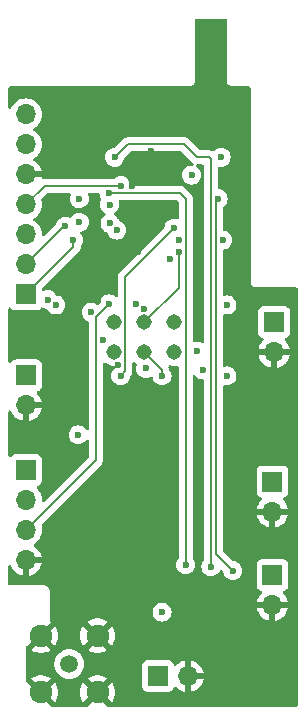
<source format=gbr>
%TF.GenerationSoftware,KiCad,Pcbnew,8.0.3-1.fc40*%
%TF.CreationDate,2024-06-24T14:15:41-04:00*%
%TF.ProjectId,OS42Micro,4f533432-4d69-4637-926f-2e6b69636164,rev?*%
%TF.SameCoordinates,Original*%
%TF.FileFunction,Copper,L2,Inr*%
%TF.FilePolarity,Positive*%
%FSLAX46Y46*%
G04 Gerber Fmt 4.6, Leading zero omitted, Abs format (unit mm)*
G04 Created by KiCad (PCBNEW 8.0.3-1.fc40) date 2024-06-24 14:15:41*
%MOMM*%
%LPD*%
G01*
G04 APERTURE LIST*
%TA.AperFunction,ComponentPad*%
%ADD10R,1.700000X1.700000*%
%TD*%
%TA.AperFunction,ComponentPad*%
%ADD11O,1.700000X1.700000*%
%TD*%
%TA.AperFunction,ComponentPad*%
%ADD12C,1.508000*%
%TD*%
%TA.AperFunction,ComponentPad*%
%ADD13C,1.920000*%
%TD*%
%TA.AperFunction,ComponentPad*%
%ADD14C,1.308000*%
%TD*%
%TA.AperFunction,ViaPad*%
%ADD15C,0.600000*%
%TD*%
%TA.AperFunction,Conductor*%
%ADD16C,0.200000*%
%TD*%
G04 APERTURE END LIST*
D10*
%TO.N,RESET*%
%TO.C,RST1*%
X134000000Y-125960000D03*
D11*
%TO.N,GND*%
X134000000Y-128500000D03*
%TD*%
D10*
%TO.N,VCC*%
%TO.C,PO1*%
X154850000Y-142850000D03*
D11*
%TO.N,GND*%
X154850000Y-145390000D03*
%TD*%
D10*
%TO.N,GPSFREEZE_1*%
%TO.C,GF1*%
X155000000Y-121460000D03*
D11*
%TO.N,GND*%
X155000000Y-124000000D03*
%TD*%
D10*
%TO.N,PWRIN_VCC*%
%TO.C,PWR1*%
X145150000Y-151425000D03*
D11*
%TO.N,GND*%
X147690000Y-151425000D03*
%TD*%
D10*
%TO.N,A4*%
%TO.C,GPIO1*%
X133975000Y-119100000D03*
D11*
%TO.N,A5*%
X133975000Y-116560000D03*
%TO.N,A3*%
X133975000Y-114020000D03*
%TO.N,D4*%
X133975000Y-111480000D03*
%TO.N,GND*%
X133975000Y-108940000D03*
%TO.N,D1*%
X133975000Y-106400000D03*
%TO.N,D0*%
X133975000Y-103860000D03*
%TD*%
D12*
%TO.N,Net-(U2-ANT)*%
%TO.C,J5*%
X137637500Y-150400000D03*
D13*
%TO.N,GND*%
X135237500Y-148000000D03*
X135237500Y-152800000D03*
X140037500Y-152800000D03*
X140037500Y-148000000D03*
%TD*%
D10*
%TO.N,VCC*%
%TO.C,PO2*%
X154850000Y-134950000D03*
D11*
%TO.N,GND*%
X154850000Y-137490000D03*
%TD*%
D10*
%TO.N,PWRIN_VCC*%
%TO.C,UART1*%
X134000000Y-133960000D03*
D11*
%TO.N,RXD*%
X134000000Y-136500000D03*
%TO.N,TXD*%
X134000000Y-139040000D03*
%TO.N,GND*%
X134000000Y-141580000D03*
%TD*%
D14*
%TO.N,GND*%
%TO.C,U5*%
X141420000Y-121460000D03*
%TO.N,MISO*%
X146500000Y-124000000D03*
%TO.N,MOSI*%
X143960000Y-121460000D03*
%TO.N,RESET*%
X141420000Y-124000000D03*
%TO.N,SCK*%
X143960000Y-124000000D03*
%TO.N,VCC_PROG*%
X146500000Y-121460000D03*
%TD*%
D15*
%TO.N,GND*%
X142400000Y-150600000D03*
X137000000Y-107900000D03*
X141500000Y-138000000D03*
X148600000Y-132200000D03*
X142991263Y-109900001D03*
X148600000Y-139200000D03*
X142600000Y-153200000D03*
X141200000Y-105800000D03*
X144000000Y-114000000D03*
X137600000Y-152800000D03*
X152800000Y-127200000D03*
X140325735Y-138674265D03*
X149400000Y-148800000D03*
X152500000Y-129000000D03*
X151800000Y-105800000D03*
X155000000Y-147500000D03*
X140053554Y-119653554D03*
X139400000Y-106400000D03*
X156500000Y-126000000D03*
X144600000Y-107000000D03*
X137500000Y-119500000D03*
X152000000Y-124600000D03*
X141774000Y-125098365D03*
X137600000Y-141400000D03*
X135000000Y-150200000D03*
X156500000Y-119000000D03*
X149000000Y-153400000D03*
X153500000Y-119000000D03*
X140500000Y-141800000D03*
X148200000Y-105800000D03*
X135300000Y-121600000D03*
X156500000Y-132500000D03*
X142800000Y-148200000D03*
X151800000Y-112000000D03*
X152500000Y-101800000D03*
X137400000Y-138200000D03*
X152500000Y-136000000D03*
X150400000Y-146800000D03*
X138200000Y-105500000D03*
X142800000Y-146600000D03*
X154000000Y-141000000D03*
X153500000Y-132000000D03*
X156500000Y-130500000D03*
X156500000Y-127000000D03*
X148465641Y-101443761D03*
X151400000Y-133800000D03*
X143500000Y-115500000D03*
X140000000Y-150400000D03*
X139600000Y-108400000D03*
%TO.N,VCC*%
X149000000Y-125500000D03*
X145500000Y-146000000D03*
X150500000Y-107500000D03*
X151000000Y-126000000D03*
X148500000Y-123925000D03*
X151000000Y-120000000D03*
%TO.N,Net-(U4-AREF)*%
X150647500Y-114500000D03*
X143323340Y-119893249D03*
%TO.N,VCC_PROG*%
X148000000Y-109000000D03*
X146146000Y-116124265D03*
%TO.N,Net-(D2-A)*%
X144008042Y-120306997D03*
X140500000Y-123000000D03*
%TO.N,RXD*%
X139500000Y-120600000D03*
X141098529Y-113098529D03*
%TO.N,TXD*%
X141000000Y-119900000D03*
X141664216Y-113664216D03*
%TO.N,RESET*%
X138500000Y-113000000D03*
X136500000Y-120000000D03*
%TO.N,A4*%
X138000000Y-114500000D03*
%TO.N,A5*%
X137325735Y-113325735D03*
%TO.N,D4*%
X142000000Y-109900000D03*
%TO.N,D1*%
X138500000Y-111000000D03*
%TO.N,BATTREAD*%
X135834358Y-119556239D03*
X138400000Y-131000000D03*
%TO.N,NSS*%
X146900000Y-114500000D03*
X144124265Y-125375735D03*
%TO.N,Net-(U4-PD6)*%
X141056413Y-111494707D03*
%TO.N,MOSI*%
X146900000Y-115500000D03*
%TO.N,SCK*%
X145500000Y-126000000D03*
%TO.N,RESET_TX*%
X142000000Y-126000000D03*
X146500000Y-113500000D03*
%TO.N,DIO2*%
X150247500Y-111000000D03*
X151500000Y-142500000D03*
%TO.N,DIO1*%
X149647500Y-142147500D03*
X141500000Y-107500000D03*
%TO.N,DIO0*%
X141000000Y-110500000D03*
X147500000Y-142000000D03*
%TD*%
D16*
%TO.N,GND*%
X140825735Y-138674265D02*
X141500000Y-138000000D01*
X152500000Y-129000000D02*
X152500000Y-136000000D01*
X140325735Y-138674265D02*
X140825735Y-138674265D01*
%TO.N,TXD*%
X134000000Y-139040000D02*
X139900000Y-133140000D01*
X139900000Y-121048529D02*
X141000000Y-119948529D01*
X139900000Y-133140000D02*
X139900000Y-121048529D01*
X141000000Y-119948529D02*
X141000000Y-119900000D01*
%TO.N,A4*%
X133975000Y-119100000D02*
X138000000Y-115075000D01*
X138000000Y-115075000D02*
X138000000Y-114500000D01*
%TO.N,A5*%
X133975000Y-116560000D02*
X137209265Y-113325735D01*
X137209265Y-113325735D02*
X137325735Y-113325735D01*
%TO.N,D4*%
X135555000Y-109900000D02*
X142000000Y-109900000D01*
X133975000Y-111480000D02*
X135555000Y-109900000D01*
%TO.N,MOSI*%
X146900000Y-118520000D02*
X146900000Y-115500000D01*
X143960000Y-121460000D02*
X146900000Y-118520000D01*
%TO.N,SCK*%
X145500000Y-126000000D02*
X145500000Y-125540000D01*
X145500000Y-125540000D02*
X143960000Y-124000000D01*
%TO.N,RESET_TX*%
X142000000Y-126000000D02*
X142374000Y-125626000D01*
X142374000Y-125626000D02*
X142374000Y-117626000D01*
X142374000Y-117626000D02*
X146500000Y-113500000D01*
%TO.N,DIO2*%
X150047500Y-141047500D02*
X150047500Y-111000000D01*
X151500000Y-142500000D02*
X150047500Y-141047500D01*
X150047500Y-111000000D02*
X150247500Y-111000000D01*
%TO.N,DIO1*%
X149647500Y-107647500D02*
X149500000Y-107500000D01*
X149500000Y-107500000D02*
X148500000Y-107500000D01*
X142600000Y-106400000D02*
X141500000Y-107500000D01*
X147400000Y-106400000D02*
X142600000Y-106400000D01*
X149647500Y-142147500D02*
X149647500Y-107647500D01*
X148500000Y-107500000D02*
X147400000Y-106400000D01*
%TO.N,DIO0*%
X147500000Y-111000000D02*
X147000000Y-110500000D01*
X147000000Y-110500000D02*
X141000000Y-110500000D01*
X147500000Y-142000000D02*
X147500000Y-111000000D01*
%TD*%
%TA.AperFunction,Conductor*%
%TO.N,GND*%
G36*
X150942539Y-95770185D02*
G01*
X150988294Y-95822989D01*
X150999500Y-95874500D01*
X150999500Y-101065891D01*
X151033608Y-101193187D01*
X151066554Y-101250250D01*
X151099500Y-101307314D01*
X151192686Y-101400500D01*
X151306814Y-101466392D01*
X151434108Y-101500500D01*
X152875500Y-101500500D01*
X152942539Y-101520185D01*
X152988294Y-101572989D01*
X152999500Y-101624500D01*
X152999500Y-118065891D01*
X153033608Y-118193187D01*
X153066554Y-118250250D01*
X153099500Y-118307314D01*
X153192686Y-118400500D01*
X153306814Y-118466392D01*
X153434108Y-118500500D01*
X156875500Y-118500500D01*
X156942539Y-118520185D01*
X156988294Y-118572989D01*
X156999500Y-118624500D01*
X156999500Y-153875500D01*
X156979815Y-153942539D01*
X156927011Y-153988294D01*
X156875500Y-153999500D01*
X140934809Y-153999500D01*
X140867770Y-153979815D01*
X140847128Y-153963181D01*
X140277335Y-153393388D01*
X140340654Y-153367161D01*
X140445476Y-153297121D01*
X140534621Y-153207976D01*
X140604661Y-153103154D01*
X140630888Y-153039835D01*
X141232035Y-153640983D01*
X141325934Y-153497262D01*
X141325935Y-153497260D01*
X141423126Y-153275684D01*
X141482523Y-153041128D01*
X141502504Y-152800005D01*
X141502504Y-152799994D01*
X141482523Y-152558871D01*
X141423126Y-152324315D01*
X141325932Y-152102733D01*
X141232035Y-151959015D01*
X140630887Y-152560163D01*
X140604661Y-152496846D01*
X140534621Y-152392024D01*
X140445476Y-152302879D01*
X140340654Y-152232839D01*
X140277335Y-152206611D01*
X140879052Y-151604893D01*
X140838778Y-151573546D01*
X140625986Y-151458388D01*
X140625981Y-151458386D01*
X140397140Y-151379825D01*
X140158478Y-151340000D01*
X139916522Y-151340000D01*
X139677859Y-151379825D01*
X139449018Y-151458386D01*
X139449013Y-151458388D01*
X139236221Y-151573547D01*
X139195946Y-151604893D01*
X139195945Y-151604893D01*
X139797664Y-152206611D01*
X139734346Y-152232839D01*
X139629524Y-152302879D01*
X139540379Y-152392024D01*
X139470339Y-152496846D01*
X139444112Y-152560164D01*
X138842963Y-151959015D01*
X138749066Y-152102735D01*
X138651873Y-152324315D01*
X138592476Y-152558871D01*
X138572496Y-152799994D01*
X138572496Y-152800005D01*
X138592476Y-153041128D01*
X138651873Y-153275684D01*
X138749065Y-153497261D01*
X138842963Y-153640983D01*
X139444111Y-153039834D01*
X139470339Y-153103154D01*
X139540379Y-153207976D01*
X139629524Y-153297121D01*
X139734346Y-153367161D01*
X139797664Y-153393388D01*
X139227871Y-153963181D01*
X139166548Y-153996666D01*
X139140190Y-153999500D01*
X136134809Y-153999500D01*
X136067770Y-153979815D01*
X136047128Y-153963181D01*
X135477335Y-153393388D01*
X135540654Y-153367161D01*
X135645476Y-153297121D01*
X135734621Y-153207976D01*
X135804661Y-153103154D01*
X135830887Y-153039835D01*
X136432035Y-153640983D01*
X136525934Y-153497262D01*
X136525935Y-153497260D01*
X136623126Y-153275684D01*
X136682523Y-153041128D01*
X136702504Y-152800005D01*
X136702504Y-152799994D01*
X136682523Y-152558871D01*
X136623126Y-152324315D01*
X136525932Y-152102733D01*
X136432035Y-151959015D01*
X135830887Y-152560163D01*
X135804661Y-152496846D01*
X135734621Y-152392024D01*
X135645476Y-152302879D01*
X135540654Y-152232839D01*
X135477335Y-152206611D01*
X136079052Y-151604893D01*
X136038778Y-151573546D01*
X135825986Y-151458388D01*
X135825981Y-151458386D01*
X135597140Y-151379825D01*
X135358478Y-151340000D01*
X135116522Y-151340000D01*
X134877859Y-151379825D01*
X134649018Y-151458386D01*
X134649013Y-151458388D01*
X134436221Y-151573547D01*
X134395946Y-151604893D01*
X134395945Y-151604893D01*
X134997664Y-152206611D01*
X134934346Y-152232839D01*
X134829524Y-152302879D01*
X134740379Y-152392024D01*
X134670339Y-152496846D01*
X134644111Y-152560164D01*
X134036819Y-151952872D01*
X134003334Y-151891549D01*
X134000500Y-151865191D01*
X134000500Y-150399997D01*
X136378208Y-150399997D01*
X136378208Y-150400002D01*
X136390668Y-150542431D01*
X136397339Y-150618674D01*
X136454153Y-150830703D01*
X136454154Y-150830706D01*
X136454155Y-150830708D01*
X136546919Y-151029642D01*
X136546923Y-151029650D01*
X136672822Y-151209452D01*
X136672827Y-151209458D01*
X136828041Y-151364672D01*
X136828047Y-151364677D01*
X137007849Y-151490576D01*
X137007851Y-151490577D01*
X137007854Y-151490579D01*
X137206797Y-151583347D01*
X137418826Y-151640161D01*
X137575021Y-151653826D01*
X137637498Y-151659292D01*
X137637500Y-151659292D01*
X137637502Y-151659292D01*
X137692168Y-151654509D01*
X137856174Y-151640161D01*
X138068203Y-151583347D01*
X138267146Y-151490579D01*
X138446957Y-151364674D01*
X138602174Y-151209457D01*
X138728079Y-151029646D01*
X138820847Y-150830703D01*
X138877661Y-150618674D01*
X138885669Y-150527135D01*
X143799500Y-150527135D01*
X143799500Y-152322870D01*
X143799501Y-152322876D01*
X143805908Y-152382483D01*
X143856202Y-152517328D01*
X143856206Y-152517335D01*
X143942452Y-152632544D01*
X143942455Y-152632547D01*
X144057664Y-152718793D01*
X144057671Y-152718797D01*
X144192517Y-152769091D01*
X144192516Y-152769091D01*
X144199444Y-152769835D01*
X144252127Y-152775500D01*
X146047872Y-152775499D01*
X146107483Y-152769091D01*
X146242331Y-152718796D01*
X146357546Y-152632546D01*
X146443796Y-152517331D01*
X146493002Y-152385401D01*
X146534872Y-152329468D01*
X146600337Y-152305050D01*
X146668610Y-152319901D01*
X146696865Y-152341053D01*
X146818917Y-152463105D01*
X147012421Y-152598600D01*
X147226507Y-152698429D01*
X147226516Y-152698433D01*
X147440000Y-152755634D01*
X147440000Y-151858012D01*
X147497007Y-151890925D01*
X147624174Y-151925000D01*
X147755826Y-151925000D01*
X147882993Y-151890925D01*
X147940000Y-151858012D01*
X147940000Y-152755633D01*
X148153483Y-152698433D01*
X148153492Y-152698429D01*
X148367578Y-152598600D01*
X148561082Y-152463105D01*
X148728105Y-152296082D01*
X148863600Y-152102578D01*
X148963429Y-151888492D01*
X148963432Y-151888486D01*
X149020636Y-151675000D01*
X148123012Y-151675000D01*
X148155925Y-151617993D01*
X148190000Y-151490826D01*
X148190000Y-151359174D01*
X148155925Y-151232007D01*
X148123012Y-151175000D01*
X149020636Y-151175000D01*
X149020635Y-151174999D01*
X148963432Y-150961513D01*
X148963429Y-150961507D01*
X148863600Y-150747422D01*
X148863599Y-150747420D01*
X148728113Y-150553926D01*
X148728108Y-150553920D01*
X148561082Y-150386894D01*
X148367578Y-150251399D01*
X148153492Y-150151570D01*
X148153486Y-150151567D01*
X147940000Y-150094364D01*
X147940000Y-150991988D01*
X147882993Y-150959075D01*
X147755826Y-150925000D01*
X147624174Y-150925000D01*
X147497007Y-150959075D01*
X147440000Y-150991988D01*
X147440000Y-150094364D01*
X147439999Y-150094364D01*
X147226513Y-150151567D01*
X147226507Y-150151570D01*
X147012422Y-150251399D01*
X147012420Y-150251400D01*
X146818926Y-150386886D01*
X146696865Y-150508947D01*
X146635542Y-150542431D01*
X146565850Y-150537447D01*
X146509917Y-150495575D01*
X146493002Y-150464598D01*
X146443797Y-150332671D01*
X146443793Y-150332664D01*
X146357547Y-150217455D01*
X146357544Y-150217452D01*
X146242335Y-150131206D01*
X146242328Y-150131202D01*
X146107482Y-150080908D01*
X146107483Y-150080908D01*
X146047883Y-150074501D01*
X146047881Y-150074500D01*
X146047873Y-150074500D01*
X146047864Y-150074500D01*
X144252129Y-150074500D01*
X144252123Y-150074501D01*
X144192516Y-150080908D01*
X144057671Y-150131202D01*
X144057664Y-150131206D01*
X143942455Y-150217452D01*
X143942452Y-150217455D01*
X143856206Y-150332664D01*
X143856202Y-150332671D01*
X143805908Y-150467517D01*
X143799501Y-150527116D01*
X143799500Y-150527135D01*
X138885669Y-150527135D01*
X138896792Y-150400000D01*
X138895645Y-150386894D01*
X138889617Y-150317997D01*
X138877661Y-150181326D01*
X138820847Y-149969297D01*
X138728079Y-149770354D01*
X138728077Y-149770351D01*
X138728076Y-149770349D01*
X138602177Y-149590547D01*
X138602172Y-149590541D01*
X138446958Y-149435327D01*
X138446952Y-149435322D01*
X138267150Y-149309423D01*
X138267142Y-149309419D01*
X138068208Y-149216655D01*
X138068206Y-149216654D01*
X138068203Y-149216653D01*
X137917385Y-149176240D01*
X137856175Y-149159839D01*
X137856168Y-149159838D01*
X137637502Y-149140708D01*
X137637498Y-149140708D01*
X137418831Y-149159838D01*
X137418824Y-149159839D01*
X137296402Y-149192642D01*
X137206797Y-149216653D01*
X137206795Y-149216653D01*
X137206791Y-149216655D01*
X137007857Y-149309419D01*
X137007849Y-149309423D01*
X136828047Y-149435322D01*
X136828041Y-149435327D01*
X136672827Y-149590541D01*
X136672822Y-149590547D01*
X136546923Y-149770349D01*
X136546919Y-149770357D01*
X136454155Y-149969291D01*
X136397339Y-150181324D01*
X136397338Y-150181331D01*
X136378208Y-150399997D01*
X134000500Y-150399997D01*
X134000500Y-148934808D01*
X134020185Y-148867769D01*
X134036819Y-148847127D01*
X134644111Y-148239834D01*
X134670339Y-148303154D01*
X134740379Y-148407976D01*
X134829524Y-148497121D01*
X134934346Y-148567161D01*
X134997664Y-148593387D01*
X134395946Y-149195105D01*
X134436220Y-149226452D01*
X134649013Y-149341611D01*
X134649018Y-149341613D01*
X134877859Y-149420174D01*
X135116522Y-149460000D01*
X135358478Y-149460000D01*
X135597140Y-149420174D01*
X135825981Y-149341613D01*
X135825986Y-149341611D01*
X136038784Y-149226449D01*
X136038785Y-149226448D01*
X136079052Y-149195106D01*
X136079053Y-149195105D01*
X135477335Y-148593388D01*
X135540654Y-148567161D01*
X135645476Y-148497121D01*
X135734621Y-148407976D01*
X135804661Y-148303154D01*
X135830887Y-148239835D01*
X136432035Y-148840983D01*
X136525934Y-148697262D01*
X136525935Y-148697260D01*
X136623126Y-148475684D01*
X136682523Y-148241128D01*
X136702504Y-148000005D01*
X136702504Y-147999994D01*
X138572496Y-147999994D01*
X138572496Y-148000005D01*
X138592476Y-148241128D01*
X138651873Y-148475684D01*
X138749065Y-148697261D01*
X138842963Y-148840983D01*
X139444111Y-148239834D01*
X139470339Y-148303154D01*
X139540379Y-148407976D01*
X139629524Y-148497121D01*
X139734346Y-148567161D01*
X139797664Y-148593387D01*
X139195946Y-149195105D01*
X139236220Y-149226452D01*
X139449013Y-149341611D01*
X139449018Y-149341613D01*
X139677859Y-149420174D01*
X139916522Y-149460000D01*
X140158478Y-149460000D01*
X140397140Y-149420174D01*
X140625981Y-149341613D01*
X140625986Y-149341611D01*
X140838784Y-149226449D01*
X140838785Y-149226448D01*
X140879052Y-149195106D01*
X140879053Y-149195105D01*
X140277335Y-148593388D01*
X140340654Y-148567161D01*
X140445476Y-148497121D01*
X140534621Y-148407976D01*
X140604661Y-148303154D01*
X140630888Y-148239835D01*
X141232035Y-148840983D01*
X141325934Y-148697262D01*
X141325935Y-148697260D01*
X141423126Y-148475684D01*
X141482523Y-148241128D01*
X141502504Y-148000005D01*
X141502504Y-147999994D01*
X141482523Y-147758871D01*
X141423126Y-147524315D01*
X141325932Y-147302733D01*
X141232035Y-147159015D01*
X140630887Y-147760163D01*
X140604661Y-147696846D01*
X140534621Y-147592024D01*
X140445476Y-147502879D01*
X140340654Y-147432839D01*
X140277335Y-147406611D01*
X140879052Y-146804893D01*
X140838778Y-146773546D01*
X140625986Y-146658388D01*
X140625981Y-146658386D01*
X140397140Y-146579825D01*
X140158478Y-146540000D01*
X139916522Y-146540000D01*
X139677859Y-146579825D01*
X139449018Y-146658386D01*
X139449013Y-146658388D01*
X139236221Y-146773547D01*
X139195946Y-146804893D01*
X139195945Y-146804893D01*
X139797664Y-147406611D01*
X139734346Y-147432839D01*
X139629524Y-147502879D01*
X139540379Y-147592024D01*
X139470339Y-147696846D01*
X139444112Y-147760164D01*
X138842963Y-147159015D01*
X138749066Y-147302735D01*
X138651873Y-147524315D01*
X138592476Y-147758871D01*
X138572496Y-147999994D01*
X136702504Y-147999994D01*
X136682523Y-147758871D01*
X136623126Y-147524315D01*
X136525932Y-147302733D01*
X136432035Y-147159015D01*
X135830887Y-147760163D01*
X135804661Y-147696846D01*
X135734621Y-147592024D01*
X135645476Y-147502879D01*
X135540654Y-147432839D01*
X135477334Y-147406611D01*
X136079052Y-146804893D01*
X136038777Y-146773545D01*
X136034480Y-146770738D01*
X136035781Y-146768746D01*
X135993237Y-146726495D01*
X135978150Y-146658274D01*
X135982087Y-146634610D01*
X136000500Y-146565892D01*
X136000500Y-145999996D01*
X144694435Y-145999996D01*
X144694435Y-146000003D01*
X144714630Y-146179249D01*
X144714631Y-146179254D01*
X144774211Y-146349523D01*
X144823588Y-146428105D01*
X144870184Y-146502262D01*
X144997738Y-146629816D01*
X145150478Y-146725789D01*
X145152496Y-146726495D01*
X145320745Y-146785368D01*
X145320750Y-146785369D01*
X145499996Y-146805565D01*
X145500000Y-146805565D01*
X145500004Y-146805565D01*
X145679249Y-146785369D01*
X145679252Y-146785368D01*
X145679255Y-146785368D01*
X145849522Y-146725789D01*
X146002262Y-146629816D01*
X146129816Y-146502262D01*
X146225789Y-146349522D01*
X146285368Y-146179255D01*
X146297951Y-146067578D01*
X146305565Y-146000003D01*
X146305565Y-145999996D01*
X146285369Y-145820750D01*
X146285368Y-145820745D01*
X146225789Y-145650478D01*
X146129816Y-145497738D01*
X146002262Y-145370184D01*
X145929038Y-145324174D01*
X145849523Y-145274211D01*
X145679254Y-145214631D01*
X145679249Y-145214630D01*
X145500004Y-145194435D01*
X145499996Y-145194435D01*
X145320750Y-145214630D01*
X145320745Y-145214631D01*
X145150476Y-145274211D01*
X144997737Y-145370184D01*
X144870184Y-145497737D01*
X144774211Y-145650476D01*
X144714631Y-145820745D01*
X144714630Y-145820750D01*
X144694435Y-145999996D01*
X136000500Y-145999996D01*
X136000500Y-144184108D01*
X135966392Y-144056814D01*
X135900500Y-143942686D01*
X135807314Y-143849500D01*
X135734537Y-143807482D01*
X135693187Y-143783608D01*
X135629539Y-143766554D01*
X135565892Y-143749500D01*
X135565891Y-143749500D01*
X132624500Y-143749500D01*
X132557461Y-143729815D01*
X132511706Y-143677011D01*
X132500500Y-143625500D01*
X132500500Y-142118011D01*
X132520185Y-142050972D01*
X132572989Y-142005217D01*
X132642147Y-141995273D01*
X132705703Y-142024298D01*
X132736882Y-142065606D01*
X132826399Y-142257578D01*
X132961894Y-142451082D01*
X133128917Y-142618105D01*
X133322421Y-142753600D01*
X133536507Y-142853429D01*
X133536516Y-142853433D01*
X133750000Y-142910634D01*
X133750000Y-142013012D01*
X133807007Y-142045925D01*
X133934174Y-142080000D01*
X134065826Y-142080000D01*
X134192993Y-142045925D01*
X134250000Y-142013012D01*
X134250000Y-142910633D01*
X134463483Y-142853433D01*
X134463492Y-142853429D01*
X134677578Y-142753600D01*
X134871082Y-142618105D01*
X135038105Y-142451082D01*
X135173600Y-142257578D01*
X135273429Y-142043492D01*
X135273432Y-142043486D01*
X135330636Y-141830000D01*
X134433012Y-141830000D01*
X134465925Y-141772993D01*
X134500000Y-141645826D01*
X134500000Y-141514174D01*
X134465925Y-141387007D01*
X134433012Y-141330000D01*
X135330636Y-141330000D01*
X135330635Y-141329999D01*
X135273432Y-141116513D01*
X135273429Y-141116507D01*
X135173600Y-140902422D01*
X135173599Y-140902420D01*
X135038113Y-140708926D01*
X135038108Y-140708920D01*
X134871078Y-140541890D01*
X134685405Y-140411879D01*
X134641780Y-140357302D01*
X134634588Y-140287804D01*
X134666110Y-140225449D01*
X134685406Y-140208730D01*
X134871401Y-140078495D01*
X135038495Y-139911401D01*
X135174035Y-139717830D01*
X135273903Y-139503663D01*
X135335063Y-139275408D01*
X135355659Y-139040000D01*
X135335063Y-138804592D01*
X135300671Y-138676239D01*
X135302334Y-138606393D01*
X135332763Y-138556470D01*
X140268713Y-133620521D01*
X140268716Y-133620520D01*
X140380520Y-133508716D01*
X140430639Y-133421904D01*
X140459577Y-133371785D01*
X140500501Y-133219057D01*
X140500501Y-133060943D01*
X140500501Y-133053348D01*
X140500500Y-133053330D01*
X140500500Y-125004824D01*
X140520185Y-124937785D01*
X140572989Y-124892030D01*
X140642147Y-124882086D01*
X140705703Y-124911111D01*
X140707952Y-124913109D01*
X140721278Y-124925258D01*
X140721283Y-124925261D01*
X140721286Y-124925263D01*
X140903186Y-125037891D01*
X140903187Y-125037891D01*
X140903190Y-125037893D01*
X141102703Y-125115185D01*
X141313020Y-125154500D01*
X141313022Y-125154500D01*
X141414060Y-125154500D01*
X141481099Y-125174185D01*
X141526854Y-125226989D01*
X141536798Y-125296147D01*
X141507773Y-125359703D01*
X141501741Y-125366181D01*
X141370184Y-125497737D01*
X141274211Y-125650476D01*
X141214631Y-125820745D01*
X141214630Y-125820750D01*
X141194435Y-125999996D01*
X141194435Y-126000003D01*
X141214630Y-126179249D01*
X141214631Y-126179254D01*
X141274211Y-126349523D01*
X141370184Y-126502262D01*
X141497738Y-126629816D01*
X141650478Y-126725789D01*
X141796676Y-126776946D01*
X141820745Y-126785368D01*
X141820750Y-126785369D01*
X141999996Y-126805565D01*
X142000000Y-126805565D01*
X142000004Y-126805565D01*
X142179249Y-126785369D01*
X142179252Y-126785368D01*
X142179255Y-126785368D01*
X142349522Y-126725789D01*
X142502262Y-126629816D01*
X142629816Y-126502262D01*
X142725789Y-126349522D01*
X142785368Y-126179255D01*
X142795161Y-126092330D01*
X142822226Y-126027920D01*
X142830697Y-126018537D01*
X142854520Y-125994716D01*
X142921907Y-125877997D01*
X142933577Y-125857785D01*
X142974501Y-125705057D01*
X142974501Y-125546943D01*
X142974501Y-125539348D01*
X142974500Y-125539330D01*
X142974500Y-124944658D01*
X142994185Y-124877619D01*
X143046989Y-124831864D01*
X143116147Y-124821920D01*
X143179703Y-124850945D01*
X143182017Y-124853003D01*
X143261278Y-124925258D01*
X143261282Y-124925260D01*
X143261285Y-124925263D01*
X143318432Y-124960646D01*
X143365068Y-125012673D01*
X143376172Y-125081655D01*
X143370197Y-125107027D01*
X143338897Y-125196477D01*
X143338895Y-125196485D01*
X143318700Y-125375731D01*
X143318700Y-125375738D01*
X143338895Y-125554984D01*
X143338896Y-125554989D01*
X143398476Y-125725258D01*
X143458475Y-125820745D01*
X143494449Y-125877997D01*
X143622003Y-126005551D01*
X143774743Y-126101524D01*
X143841734Y-126124965D01*
X143945010Y-126161103D01*
X143945015Y-126161104D01*
X144124261Y-126181300D01*
X144124265Y-126181300D01*
X144124269Y-126181300D01*
X144303514Y-126161104D01*
X144303517Y-126161103D01*
X144303520Y-126161103D01*
X144473787Y-126101524D01*
X144523432Y-126070330D01*
X144590668Y-126051330D01*
X144657504Y-126071698D01*
X144702718Y-126124965D01*
X144712624Y-126161440D01*
X144714630Y-126179250D01*
X144714631Y-126179254D01*
X144774211Y-126349523D01*
X144870184Y-126502262D01*
X144997738Y-126629816D01*
X145150478Y-126725789D01*
X145296676Y-126776946D01*
X145320745Y-126785368D01*
X145320750Y-126785369D01*
X145499996Y-126805565D01*
X145500000Y-126805565D01*
X145500004Y-126805565D01*
X145679249Y-126785369D01*
X145679252Y-126785368D01*
X145679255Y-126785368D01*
X145849522Y-126725789D01*
X146002262Y-126629816D01*
X146129816Y-126502262D01*
X146225789Y-126349522D01*
X146285368Y-126179255D01*
X146285369Y-126179249D01*
X146305565Y-126000003D01*
X146305565Y-125999996D01*
X146285369Y-125820750D01*
X146285368Y-125820745D01*
X146225789Y-125650478D01*
X146129816Y-125497738D01*
X146126732Y-125494654D01*
X146094639Y-125439069D01*
X146059577Y-125308215D01*
X146059575Y-125308211D01*
X146054513Y-125299443D01*
X146038040Y-125231543D01*
X146060892Y-125165516D01*
X146115813Y-125122326D01*
X146184680Y-125115554D01*
X146393020Y-125154500D01*
X146393023Y-125154500D01*
X146606977Y-125154500D01*
X146606980Y-125154500D01*
X146752719Y-125127256D01*
X146822229Y-125134287D01*
X146876908Y-125177784D01*
X146899391Y-125243938D01*
X146899500Y-125249145D01*
X146899500Y-141417587D01*
X146879815Y-141484626D01*
X146872450Y-141494896D01*
X146870186Y-141497734D01*
X146774211Y-141650476D01*
X146714631Y-141820745D01*
X146714630Y-141820750D01*
X146694435Y-141999996D01*
X146694435Y-142000003D01*
X146714630Y-142179249D01*
X146714631Y-142179254D01*
X146774211Y-142349523D01*
X146838025Y-142451082D01*
X146870184Y-142502262D01*
X146997738Y-142629816D01*
X147150478Y-142725789D01*
X147297731Y-142777315D01*
X147320745Y-142785368D01*
X147320750Y-142785369D01*
X147499996Y-142805565D01*
X147500000Y-142805565D01*
X147500004Y-142805565D01*
X147679249Y-142785369D01*
X147679252Y-142785368D01*
X147679255Y-142785368D01*
X147849522Y-142725789D01*
X148002262Y-142629816D01*
X148129816Y-142502262D01*
X148225789Y-142349522D01*
X148285368Y-142179255D01*
X148285369Y-142179249D01*
X148305565Y-142000003D01*
X148305565Y-141999996D01*
X148285369Y-141820750D01*
X148285368Y-141820745D01*
X148225788Y-141650476D01*
X148166554Y-141556206D01*
X148129816Y-141497738D01*
X148129814Y-141497736D01*
X148129813Y-141497734D01*
X148127550Y-141494896D01*
X148126659Y-141492715D01*
X148126111Y-141491842D01*
X148126264Y-141491745D01*
X148101144Y-141430209D01*
X148100500Y-141417587D01*
X148100500Y-126003476D01*
X148120185Y-125936437D01*
X148172989Y-125890682D01*
X148242147Y-125880738D01*
X148305703Y-125909763D01*
X148329493Y-125937503D01*
X148370184Y-126002262D01*
X148497738Y-126129816D01*
X148650478Y-126225789D01*
X148820745Y-126285368D01*
X148820750Y-126285369D01*
X148883185Y-126292403D01*
X148936883Y-126298453D01*
X149001297Y-126325519D01*
X149040852Y-126383113D01*
X149047000Y-126421673D01*
X149047000Y-141565087D01*
X149027315Y-141632126D01*
X149019950Y-141642396D01*
X149017686Y-141645234D01*
X148921711Y-141797976D01*
X148862131Y-141968245D01*
X148862130Y-141968250D01*
X148841935Y-142147496D01*
X148841935Y-142147503D01*
X148862130Y-142326749D01*
X148862131Y-142326754D01*
X148921711Y-142497023D01*
X149005150Y-142629815D01*
X149017684Y-142649762D01*
X149145238Y-142777316D01*
X149297978Y-142873289D01*
X149404701Y-142910633D01*
X149468245Y-142932868D01*
X149468250Y-142932869D01*
X149647496Y-142953065D01*
X149647500Y-142953065D01*
X149647504Y-142953065D01*
X149826749Y-142932869D01*
X149826752Y-142932868D01*
X149826755Y-142932868D01*
X149997022Y-142873289D01*
X150149762Y-142777316D01*
X150277316Y-142649762D01*
X150373289Y-142497022D01*
X150379262Y-142479949D01*
X150419982Y-142423174D01*
X150484934Y-142397424D01*
X150553496Y-142410879D01*
X150583986Y-142433221D01*
X150669298Y-142518533D01*
X150702783Y-142579856D01*
X150704837Y-142592330D01*
X150714630Y-142679249D01*
X150774210Y-142849521D01*
X150812610Y-142910634D01*
X150870184Y-143002262D01*
X150997738Y-143129816D01*
X151150478Y-143225789D01*
X151320745Y-143285368D01*
X151320750Y-143285369D01*
X151499996Y-143305565D01*
X151500000Y-143305565D01*
X151500004Y-143305565D01*
X151679249Y-143285369D01*
X151679252Y-143285368D01*
X151679255Y-143285368D01*
X151849522Y-143225789D01*
X152002262Y-143129816D01*
X152129816Y-143002262D01*
X152225789Y-142849522D01*
X152285368Y-142679255D01*
X152288691Y-142649762D01*
X152305565Y-142500003D01*
X152305565Y-142499996D01*
X152285369Y-142320750D01*
X152285368Y-142320745D01*
X152225789Y-142150478D01*
X152223915Y-142147496D01*
X152131237Y-142000000D01*
X152129816Y-141997738D01*
X152084213Y-141952135D01*
X153499500Y-141952135D01*
X153499500Y-143747870D01*
X153499501Y-143747876D01*
X153505908Y-143807483D01*
X153556202Y-143942328D01*
X153556206Y-143942335D01*
X153642452Y-144057544D01*
X153642455Y-144057547D01*
X153757664Y-144143793D01*
X153757671Y-144143797D01*
X153757674Y-144143798D01*
X153889598Y-144193002D01*
X153945531Y-144234873D01*
X153969949Y-144300337D01*
X153955098Y-144368610D01*
X153933947Y-144396865D01*
X153811886Y-144518926D01*
X153676400Y-144712420D01*
X153676399Y-144712422D01*
X153576570Y-144926507D01*
X153576567Y-144926513D01*
X153519364Y-145139999D01*
X153519364Y-145140000D01*
X154416988Y-145140000D01*
X154384075Y-145197007D01*
X154350000Y-145324174D01*
X154350000Y-145455826D01*
X154384075Y-145582993D01*
X154416988Y-145640000D01*
X153519364Y-145640000D01*
X153576567Y-145853486D01*
X153576570Y-145853492D01*
X153676399Y-146067578D01*
X153811894Y-146261082D01*
X153978917Y-146428105D01*
X154172421Y-146563600D01*
X154386507Y-146663429D01*
X154386516Y-146663433D01*
X154600000Y-146720634D01*
X154600000Y-145823012D01*
X154657007Y-145855925D01*
X154784174Y-145890000D01*
X154915826Y-145890000D01*
X155042993Y-145855925D01*
X155100000Y-145823012D01*
X155100000Y-146720633D01*
X155313483Y-146663433D01*
X155313492Y-146663429D01*
X155527578Y-146563600D01*
X155721082Y-146428105D01*
X155888105Y-146261082D01*
X156023600Y-146067578D01*
X156123429Y-145853492D01*
X156123432Y-145853486D01*
X156180636Y-145640000D01*
X155283012Y-145640000D01*
X155315925Y-145582993D01*
X155350000Y-145455826D01*
X155350000Y-145324174D01*
X155315925Y-145197007D01*
X155283012Y-145140000D01*
X156180636Y-145140000D01*
X156180635Y-145139999D01*
X156123432Y-144926513D01*
X156123429Y-144926507D01*
X156023600Y-144712422D01*
X156023599Y-144712420D01*
X155888113Y-144518926D01*
X155888108Y-144518920D01*
X155766053Y-144396865D01*
X155732568Y-144335542D01*
X155737552Y-144265850D01*
X155779424Y-144209917D01*
X155810400Y-144193002D01*
X155942331Y-144143796D01*
X156057546Y-144057546D01*
X156143796Y-143942331D01*
X156194091Y-143807483D01*
X156200500Y-143747873D01*
X156200499Y-141952128D01*
X156194091Y-141892517D01*
X156185761Y-141870184D01*
X156143797Y-141757671D01*
X156143793Y-141757664D01*
X156057547Y-141642455D01*
X156057544Y-141642452D01*
X155942335Y-141556206D01*
X155942328Y-141556202D01*
X155807482Y-141505908D01*
X155807483Y-141505908D01*
X155747883Y-141499501D01*
X155747881Y-141499500D01*
X155747873Y-141499500D01*
X155747864Y-141499500D01*
X153952129Y-141499500D01*
X153952123Y-141499501D01*
X153892516Y-141505908D01*
X153757671Y-141556202D01*
X153757664Y-141556206D01*
X153642455Y-141642452D01*
X153642452Y-141642455D01*
X153556206Y-141757664D01*
X153556202Y-141757671D01*
X153505908Y-141892517D01*
X153499501Y-141952116D01*
X153499501Y-141952123D01*
X153499500Y-141952135D01*
X152084213Y-141952135D01*
X152002262Y-141870184D01*
X151938310Y-141830000D01*
X151849521Y-141774210D01*
X151679249Y-141714630D01*
X151592330Y-141704837D01*
X151527916Y-141677770D01*
X151518533Y-141669298D01*
X150684319Y-140835084D01*
X150650834Y-140773761D01*
X150648000Y-140747403D01*
X150648000Y-134052135D01*
X153499500Y-134052135D01*
X153499500Y-135847870D01*
X153499501Y-135847876D01*
X153505908Y-135907483D01*
X153556202Y-136042328D01*
X153556206Y-136042335D01*
X153642452Y-136157544D01*
X153642455Y-136157547D01*
X153757664Y-136243793D01*
X153757671Y-136243797D01*
X153757674Y-136243798D01*
X153889598Y-136293002D01*
X153945531Y-136334873D01*
X153969949Y-136400337D01*
X153955098Y-136468610D01*
X153933947Y-136496865D01*
X153811886Y-136618926D01*
X153676400Y-136812420D01*
X153676399Y-136812422D01*
X153576570Y-137026507D01*
X153576567Y-137026513D01*
X153519364Y-137239999D01*
X153519364Y-137240000D01*
X154416988Y-137240000D01*
X154384075Y-137297007D01*
X154350000Y-137424174D01*
X154350000Y-137555826D01*
X154384075Y-137682993D01*
X154416988Y-137740000D01*
X153519364Y-137740000D01*
X153576567Y-137953486D01*
X153576570Y-137953492D01*
X153676399Y-138167578D01*
X153811894Y-138361082D01*
X153978917Y-138528105D01*
X154172421Y-138663600D01*
X154386507Y-138763429D01*
X154386516Y-138763433D01*
X154600000Y-138820634D01*
X154600000Y-137923012D01*
X154657007Y-137955925D01*
X154784174Y-137990000D01*
X154915826Y-137990000D01*
X155042993Y-137955925D01*
X155100000Y-137923012D01*
X155100000Y-138820633D01*
X155313483Y-138763433D01*
X155313492Y-138763429D01*
X155527578Y-138663600D01*
X155721082Y-138528105D01*
X155888105Y-138361082D01*
X156023600Y-138167578D01*
X156123429Y-137953492D01*
X156123432Y-137953486D01*
X156180636Y-137740000D01*
X155283012Y-137740000D01*
X155315925Y-137682993D01*
X155350000Y-137555826D01*
X155350000Y-137424174D01*
X155315925Y-137297007D01*
X155283012Y-137240000D01*
X156180636Y-137240000D01*
X156180635Y-137239999D01*
X156123432Y-137026513D01*
X156123429Y-137026507D01*
X156023600Y-136812422D01*
X156023599Y-136812420D01*
X155888113Y-136618926D01*
X155888108Y-136618920D01*
X155766053Y-136496865D01*
X155732568Y-136435542D01*
X155737552Y-136365850D01*
X155779424Y-136309917D01*
X155810400Y-136293002D01*
X155942331Y-136243796D01*
X156057546Y-136157546D01*
X156143796Y-136042331D01*
X156194091Y-135907483D01*
X156200500Y-135847873D01*
X156200499Y-134052128D01*
X156194091Y-133992517D01*
X156143796Y-133857669D01*
X156143795Y-133857668D01*
X156143793Y-133857664D01*
X156057547Y-133742455D01*
X156057544Y-133742452D01*
X155942335Y-133656206D01*
X155942328Y-133656202D01*
X155807482Y-133605908D01*
X155807483Y-133605908D01*
X155747883Y-133599501D01*
X155747881Y-133599500D01*
X155747873Y-133599500D01*
X155747864Y-133599500D01*
X153952129Y-133599500D01*
X153952123Y-133599501D01*
X153892516Y-133605908D01*
X153757671Y-133656202D01*
X153757664Y-133656206D01*
X153642455Y-133742452D01*
X153642452Y-133742455D01*
X153556206Y-133857664D01*
X153556202Y-133857671D01*
X153505908Y-133992517D01*
X153499501Y-134052116D01*
X153499501Y-134052123D01*
X153499500Y-134052135D01*
X150648000Y-134052135D01*
X150648000Y-126899684D01*
X150667685Y-126832645D01*
X150720489Y-126786890D01*
X150789647Y-126776946D01*
X150812956Y-126782643D01*
X150820740Y-126785367D01*
X150820750Y-126785369D01*
X150999996Y-126805565D01*
X151000000Y-126805565D01*
X151000004Y-126805565D01*
X151179249Y-126785369D01*
X151179252Y-126785368D01*
X151179255Y-126785368D01*
X151349522Y-126725789D01*
X151502262Y-126629816D01*
X151629816Y-126502262D01*
X151725789Y-126349522D01*
X151785368Y-126179255D01*
X151785369Y-126179249D01*
X151805565Y-126000003D01*
X151805565Y-125999996D01*
X151785369Y-125820750D01*
X151785368Y-125820745D01*
X151725789Y-125650478D01*
X151629816Y-125497738D01*
X151502262Y-125370184D01*
X151439317Y-125330633D01*
X151349523Y-125274211D01*
X151179254Y-125214631D01*
X151179249Y-125214630D01*
X151000004Y-125194435D01*
X150999996Y-125194435D01*
X150820750Y-125214630D01*
X150820741Y-125214632D01*
X150812949Y-125217359D01*
X150743170Y-125220917D01*
X150682544Y-125186185D01*
X150650320Y-125124190D01*
X150648000Y-125100315D01*
X150648000Y-120899684D01*
X150667685Y-120832645D01*
X150720489Y-120786890D01*
X150789647Y-120776946D01*
X150812956Y-120782643D01*
X150820740Y-120785367D01*
X150820750Y-120785369D01*
X150999996Y-120805565D01*
X151000000Y-120805565D01*
X151000004Y-120805565D01*
X151179249Y-120785369D01*
X151179252Y-120785368D01*
X151179255Y-120785368D01*
X151349522Y-120725789D01*
X151502262Y-120629816D01*
X151569943Y-120562135D01*
X153649500Y-120562135D01*
X153649500Y-122357870D01*
X153649501Y-122357876D01*
X153655908Y-122417483D01*
X153706202Y-122552328D01*
X153706206Y-122552335D01*
X153792452Y-122667544D01*
X153792455Y-122667547D01*
X153907664Y-122753793D01*
X153907671Y-122753797D01*
X153907674Y-122753798D01*
X154039598Y-122803002D01*
X154095531Y-122844873D01*
X154119949Y-122910337D01*
X154105098Y-122978610D01*
X154083947Y-123006865D01*
X153961886Y-123128926D01*
X153826400Y-123322420D01*
X153826399Y-123322422D01*
X153726570Y-123536507D01*
X153726567Y-123536513D01*
X153669364Y-123749999D01*
X153669364Y-123750000D01*
X154566988Y-123750000D01*
X154534075Y-123807007D01*
X154500000Y-123934174D01*
X154500000Y-124065826D01*
X154534075Y-124192993D01*
X154566988Y-124250000D01*
X153669364Y-124250000D01*
X153726567Y-124463486D01*
X153726570Y-124463492D01*
X153826399Y-124677578D01*
X153961894Y-124871082D01*
X154128917Y-125038105D01*
X154322421Y-125173600D01*
X154536507Y-125273429D01*
X154536516Y-125273433D01*
X154750000Y-125330634D01*
X154750000Y-124433012D01*
X154807007Y-124465925D01*
X154934174Y-124500000D01*
X155065826Y-124500000D01*
X155192993Y-124465925D01*
X155250000Y-124433012D01*
X155250000Y-125330633D01*
X155463483Y-125273433D01*
X155463492Y-125273429D01*
X155677578Y-125173600D01*
X155871082Y-125038105D01*
X156038105Y-124871082D01*
X156173600Y-124677578D01*
X156273429Y-124463492D01*
X156273432Y-124463486D01*
X156330636Y-124250000D01*
X155433012Y-124250000D01*
X155465925Y-124192993D01*
X155500000Y-124065826D01*
X155500000Y-123934174D01*
X155465925Y-123807007D01*
X155433012Y-123750000D01*
X156330636Y-123750000D01*
X156330635Y-123749999D01*
X156273432Y-123536513D01*
X156273429Y-123536507D01*
X156173600Y-123322422D01*
X156173599Y-123322420D01*
X156038113Y-123128926D01*
X156038108Y-123128920D01*
X155916053Y-123006865D01*
X155882568Y-122945542D01*
X155887552Y-122875850D01*
X155929424Y-122819917D01*
X155960400Y-122803002D01*
X156092331Y-122753796D01*
X156207546Y-122667546D01*
X156293796Y-122552331D01*
X156344091Y-122417483D01*
X156350500Y-122357873D01*
X156350499Y-120562128D01*
X156344091Y-120502517D01*
X156343995Y-120502260D01*
X156293797Y-120367671D01*
X156293793Y-120367664D01*
X156207547Y-120252455D01*
X156207544Y-120252452D01*
X156092335Y-120166206D01*
X156092328Y-120166202D01*
X155957482Y-120115908D01*
X155957483Y-120115908D01*
X155897883Y-120109501D01*
X155897881Y-120109500D01*
X155897873Y-120109500D01*
X155897864Y-120109500D01*
X154102129Y-120109500D01*
X154102123Y-120109501D01*
X154042516Y-120115908D01*
X153907671Y-120166202D01*
X153907664Y-120166206D01*
X153792455Y-120252452D01*
X153792452Y-120252455D01*
X153706206Y-120367664D01*
X153706202Y-120367671D01*
X153655908Y-120502517D01*
X153652444Y-120534742D01*
X153649501Y-120562123D01*
X153649500Y-120562135D01*
X151569943Y-120562135D01*
X151629816Y-120502262D01*
X151725789Y-120349522D01*
X151785368Y-120179255D01*
X151785369Y-120179249D01*
X151805565Y-120000003D01*
X151805565Y-119999996D01*
X151785369Y-119820750D01*
X151785368Y-119820745D01*
X151735133Y-119677181D01*
X151725789Y-119650478D01*
X151629816Y-119497738D01*
X151502262Y-119370184D01*
X151493690Y-119364798D01*
X151349523Y-119274211D01*
X151179254Y-119214631D01*
X151179249Y-119214630D01*
X151000004Y-119194435D01*
X150999996Y-119194435D01*
X150820750Y-119214630D01*
X150820741Y-119214632D01*
X150812949Y-119217359D01*
X150743170Y-119220917D01*
X150682544Y-119186185D01*
X150650320Y-119124190D01*
X150648000Y-119100315D01*
X150648000Y-115416321D01*
X150667685Y-115349282D01*
X150720489Y-115303527D01*
X150758112Y-115293101D01*
X150826755Y-115285368D01*
X150997022Y-115225789D01*
X151149762Y-115129816D01*
X151277316Y-115002262D01*
X151373289Y-114849522D01*
X151432868Y-114679255D01*
X151440355Y-114612808D01*
X151453065Y-114500003D01*
X151453065Y-114499996D01*
X151432869Y-114320750D01*
X151432868Y-114320745D01*
X151423520Y-114294031D01*
X151373289Y-114150478D01*
X151370683Y-114146331D01*
X151291304Y-114020000D01*
X151277316Y-113997738D01*
X151149762Y-113870184D01*
X151024945Y-113791756D01*
X150997021Y-113774210D01*
X150826749Y-113714630D01*
X150758116Y-113706897D01*
X150693702Y-113679830D01*
X150654147Y-113622235D01*
X150648000Y-113583677D01*
X150648000Y-111762289D01*
X150667685Y-111695250D01*
X150706029Y-111657295D01*
X150749762Y-111629816D01*
X150877316Y-111502262D01*
X150973289Y-111349522D01*
X151032868Y-111179255D01*
X151036707Y-111145185D01*
X151053065Y-111000003D01*
X151053065Y-110999996D01*
X151032869Y-110820750D01*
X151032868Y-110820745D01*
X151014485Y-110768209D01*
X150973289Y-110650478D01*
X150968054Y-110642147D01*
X150877315Y-110497737D01*
X150749762Y-110370184D01*
X150597021Y-110274210D01*
X150426749Y-110214630D01*
X150358116Y-110206897D01*
X150293702Y-110179830D01*
X150254147Y-110122235D01*
X150248000Y-110083677D01*
X150248000Y-108415927D01*
X150267685Y-108348888D01*
X150320489Y-108303133D01*
X150385882Y-108292707D01*
X150454055Y-108300388D01*
X150499998Y-108305565D01*
X150500000Y-108305565D01*
X150500004Y-108305565D01*
X150679249Y-108285369D01*
X150679252Y-108285368D01*
X150679255Y-108285368D01*
X150849522Y-108225789D01*
X151002262Y-108129816D01*
X151129816Y-108002262D01*
X151225789Y-107849522D01*
X151285368Y-107679255D01*
X151295162Y-107592333D01*
X151305565Y-107500003D01*
X151305565Y-107499996D01*
X151285369Y-107320750D01*
X151285368Y-107320745D01*
X151225788Y-107150476D01*
X151129815Y-106997737D01*
X151002262Y-106870184D01*
X150849523Y-106774211D01*
X150679254Y-106714631D01*
X150679249Y-106714630D01*
X150500004Y-106694435D01*
X150499996Y-106694435D01*
X150320750Y-106714630D01*
X150320745Y-106714631D01*
X150150476Y-106774211D01*
X149997739Y-106870183D01*
X149923142Y-106944780D01*
X149861818Y-106978264D01*
X149792127Y-106973279D01*
X149773462Y-106964485D01*
X149764962Y-106959577D01*
X149764962Y-106959578D01*
X149731783Y-106940422D01*
X149675881Y-106925443D01*
X149579057Y-106899499D01*
X149420943Y-106899499D01*
X149413347Y-106899499D01*
X149413331Y-106899500D01*
X148800097Y-106899500D01*
X148733058Y-106879815D01*
X148712416Y-106863181D01*
X147887590Y-106038355D01*
X147887588Y-106038352D01*
X147768717Y-105919481D01*
X147768716Y-105919480D01*
X147681904Y-105869360D01*
X147681904Y-105869359D01*
X147681900Y-105869358D01*
X147631785Y-105840423D01*
X147479057Y-105799499D01*
X147320943Y-105799499D01*
X147313347Y-105799499D01*
X147313331Y-105799500D01*
X142686669Y-105799500D01*
X142686653Y-105799499D01*
X142679057Y-105799499D01*
X142520943Y-105799499D01*
X142413587Y-105828265D01*
X142368210Y-105840424D01*
X142368209Y-105840425D01*
X142318096Y-105869359D01*
X142318095Y-105869360D01*
X142274689Y-105894420D01*
X142231285Y-105919479D01*
X142231282Y-105919481D01*
X142119478Y-106031286D01*
X141481465Y-106669298D01*
X141420142Y-106702783D01*
X141407668Y-106704837D01*
X141320750Y-106714630D01*
X141150478Y-106774210D01*
X140997737Y-106870184D01*
X140870184Y-106997737D01*
X140774211Y-107150476D01*
X140714631Y-107320745D01*
X140714630Y-107320750D01*
X140694435Y-107499996D01*
X140694435Y-107500003D01*
X140714630Y-107679249D01*
X140714631Y-107679254D01*
X140774211Y-107849523D01*
X140860133Y-107986266D01*
X140870184Y-108002262D01*
X140997738Y-108129816D01*
X141088080Y-108186582D01*
X141148426Y-108224500D01*
X141150478Y-108225789D01*
X141255169Y-108262422D01*
X141320745Y-108285368D01*
X141320750Y-108285369D01*
X141499996Y-108305565D01*
X141500000Y-108305565D01*
X141500004Y-108305565D01*
X141679249Y-108285369D01*
X141679252Y-108285368D01*
X141679255Y-108285368D01*
X141849522Y-108225789D01*
X142002262Y-108129816D01*
X142129816Y-108002262D01*
X142225789Y-107849522D01*
X142285368Y-107679255D01*
X142295161Y-107592329D01*
X142322226Y-107527918D01*
X142330690Y-107518543D01*
X142812416Y-107036819D01*
X142873739Y-107003334D01*
X142900097Y-107000500D01*
X147099903Y-107000500D01*
X147166942Y-107020185D01*
X147187584Y-107036819D01*
X148015139Y-107864374D01*
X148015149Y-107864385D01*
X148019479Y-107868715D01*
X148019480Y-107868716D01*
X148131284Y-107980520D01*
X148131286Y-107980521D01*
X148137031Y-107986266D01*
X148134984Y-107988313D01*
X148167962Y-108033464D01*
X148172126Y-108103209D01*
X148137921Y-108164134D01*
X148076209Y-108196895D01*
X148037397Y-108198648D01*
X148010324Y-108195598D01*
X148000000Y-108194435D01*
X147999999Y-108194435D01*
X147999998Y-108194435D01*
X147999996Y-108194435D01*
X147820750Y-108214630D01*
X147820745Y-108214631D01*
X147650476Y-108274211D01*
X147497737Y-108370184D01*
X147370184Y-108497737D01*
X147274211Y-108650476D01*
X147214631Y-108820745D01*
X147214630Y-108820750D01*
X147194435Y-108999996D01*
X147194435Y-109000003D01*
X147214630Y-109179249D01*
X147214631Y-109179254D01*
X147274211Y-109349523D01*
X147331062Y-109440000D01*
X147370184Y-109502262D01*
X147497738Y-109629816D01*
X147588080Y-109686582D01*
X147642450Y-109720745D01*
X147650478Y-109725789D01*
X147820745Y-109785368D01*
X147820750Y-109785369D01*
X147999996Y-109805565D01*
X148000000Y-109805565D01*
X148000004Y-109805565D01*
X148179249Y-109785369D01*
X148179252Y-109785368D01*
X148179255Y-109785368D01*
X148349522Y-109725789D01*
X148502262Y-109629816D01*
X148629816Y-109502262D01*
X148725789Y-109349522D01*
X148785368Y-109179255D01*
X148785369Y-109179249D01*
X148799780Y-109051348D01*
X148822200Y-108997988D01*
X148804023Y-108969703D01*
X148799780Y-108948651D01*
X148785369Y-108820750D01*
X148785368Y-108820745D01*
X148725788Y-108650476D01*
X148629815Y-108497737D01*
X148502262Y-108370184D01*
X148437506Y-108329495D01*
X148391215Y-108277160D01*
X148380567Y-108208106D01*
X148408942Y-108144258D01*
X148467332Y-108105886D01*
X148503478Y-108100501D01*
X148586653Y-108100501D01*
X148586669Y-108100500D01*
X148923000Y-108100500D01*
X148990039Y-108120185D01*
X149035794Y-108172989D01*
X149047000Y-108224500D01*
X149047000Y-108934768D01*
X149027315Y-109001807D01*
X149025252Y-109003594D01*
X149045140Y-109043837D01*
X149047000Y-109065231D01*
X149047000Y-123098933D01*
X149027315Y-123165972D01*
X148974511Y-123211727D01*
X148905353Y-123221671D01*
X148857028Y-123203927D01*
X148849523Y-123199211D01*
X148679254Y-123139631D01*
X148679249Y-123139630D01*
X148500004Y-123119435D01*
X148499996Y-123119435D01*
X148320750Y-123139630D01*
X148320739Y-123139633D01*
X148265453Y-123158978D01*
X148195674Y-123162539D01*
X148135047Y-123127809D01*
X148102821Y-123065816D01*
X148100500Y-123041936D01*
X148100500Y-111089060D01*
X148100501Y-111089047D01*
X148100501Y-110920944D01*
X148081363Y-110849521D01*
X148059577Y-110768216D01*
X148008216Y-110679255D01*
X147980524Y-110631290D01*
X147980518Y-110631282D01*
X147368717Y-110019481D01*
X147368709Y-110019475D01*
X147266936Y-109960717D01*
X147266934Y-109960716D01*
X147231790Y-109940425D01*
X147231789Y-109940424D01*
X147219263Y-109937067D01*
X147079057Y-109899499D01*
X146920943Y-109899499D01*
X146913347Y-109899499D01*
X146913331Y-109899500D01*
X142916322Y-109899500D01*
X142849283Y-109879815D01*
X142803528Y-109827011D01*
X142793102Y-109789383D01*
X142785369Y-109720750D01*
X142785368Y-109720748D01*
X142785368Y-109720745D01*
X142725789Y-109550478D01*
X142629816Y-109397738D01*
X142502262Y-109270184D01*
X142396605Y-109203795D01*
X142349523Y-109174211D01*
X142179254Y-109114631D01*
X142179249Y-109114630D01*
X142000004Y-109094435D01*
X141999996Y-109094435D01*
X141820750Y-109114630D01*
X141820745Y-109114631D01*
X141650476Y-109174211D01*
X141497736Y-109270185D01*
X141494903Y-109272445D01*
X141492724Y-109273334D01*
X141491842Y-109273889D01*
X141491744Y-109273734D01*
X141430217Y-109298855D01*
X141417588Y-109299500D01*
X135475942Y-109299500D01*
X135468302Y-109301547D01*
X135398452Y-109299880D01*
X135340592Y-109260714D01*
X135316221Y-109203795D01*
X135305636Y-109190000D01*
X134408012Y-109190000D01*
X134440925Y-109132993D01*
X134475000Y-109005826D01*
X134475000Y-108874174D01*
X134440925Y-108747007D01*
X134408012Y-108690000D01*
X135305636Y-108690000D01*
X135305635Y-108689999D01*
X135248432Y-108476513D01*
X135248429Y-108476507D01*
X135148600Y-108262422D01*
X135148599Y-108262420D01*
X135013113Y-108068926D01*
X135013108Y-108068920D01*
X134846078Y-107901890D01*
X134660405Y-107771879D01*
X134616780Y-107717302D01*
X134609588Y-107647804D01*
X134641110Y-107585449D01*
X134660406Y-107568730D01*
X134846401Y-107438495D01*
X135013495Y-107271401D01*
X135149035Y-107077830D01*
X135248903Y-106863663D01*
X135310063Y-106635408D01*
X135330659Y-106400000D01*
X135310063Y-106164592D01*
X135248903Y-105936337D01*
X135149035Y-105722171D01*
X135013495Y-105528599D01*
X135013494Y-105528597D01*
X134846402Y-105361506D01*
X134846396Y-105361501D01*
X134660842Y-105231575D01*
X134617217Y-105176998D01*
X134610023Y-105107500D01*
X134641546Y-105045145D01*
X134660842Y-105028425D01*
X134683026Y-105012891D01*
X134846401Y-104898495D01*
X135013495Y-104731401D01*
X135149035Y-104537830D01*
X135248903Y-104323663D01*
X135310063Y-104095408D01*
X135330659Y-103860000D01*
X135310063Y-103624592D01*
X135248903Y-103396337D01*
X135149035Y-103182171D01*
X135013495Y-102988599D01*
X135013494Y-102988597D01*
X134846402Y-102821506D01*
X134846395Y-102821501D01*
X134652834Y-102685967D01*
X134652830Y-102685965D01*
X134652828Y-102685964D01*
X134438663Y-102586097D01*
X134438659Y-102586096D01*
X134438655Y-102586094D01*
X134210413Y-102524938D01*
X134210403Y-102524936D01*
X133975001Y-102504341D01*
X133974999Y-102504341D01*
X133739596Y-102524936D01*
X133739586Y-102524938D01*
X133511344Y-102586094D01*
X133511335Y-102586098D01*
X133297171Y-102685964D01*
X133297169Y-102685965D01*
X133103597Y-102821505D01*
X132936505Y-102988597D01*
X132800965Y-103182169D01*
X132800964Y-103182171D01*
X132736882Y-103319596D01*
X132690709Y-103372035D01*
X132623516Y-103391187D01*
X132556635Y-103370971D01*
X132511300Y-103317806D01*
X132500500Y-103267191D01*
X132500500Y-101624500D01*
X132520185Y-101557461D01*
X132572989Y-101511706D01*
X132624500Y-101500500D01*
X147865890Y-101500500D01*
X147865892Y-101500500D01*
X147993186Y-101466392D01*
X148107314Y-101400500D01*
X148200500Y-101307314D01*
X148266392Y-101193186D01*
X148300500Y-101065892D01*
X148300500Y-95874500D01*
X148320185Y-95807461D01*
X148372989Y-95761706D01*
X148424500Y-95750500D01*
X150875500Y-95750500D01*
X150942539Y-95770185D01*
G37*
%TD.AperFunction*%
%TA.AperFunction,Conductor*%
G36*
X137718967Y-110520185D02*
G01*
X137764722Y-110572989D01*
X137774666Y-110642147D01*
X137768970Y-110665454D01*
X137714632Y-110820742D01*
X137714630Y-110820750D01*
X137694435Y-110999996D01*
X137694435Y-111000003D01*
X137714630Y-111179249D01*
X137714631Y-111179254D01*
X137774211Y-111349523D01*
X137856195Y-111479999D01*
X137870184Y-111502262D01*
X137997738Y-111629816D01*
X137997740Y-111629817D01*
X138133964Y-111715413D01*
X138150478Y-111725789D01*
X138254789Y-111762289D01*
X138320745Y-111785368D01*
X138320750Y-111785369D01*
X138499996Y-111805565D01*
X138500000Y-111805565D01*
X138500004Y-111805565D01*
X138679249Y-111785369D01*
X138679252Y-111785368D01*
X138679255Y-111785368D01*
X138849522Y-111725789D01*
X139002262Y-111629816D01*
X139129816Y-111502262D01*
X139225789Y-111349522D01*
X139285368Y-111179255D01*
X139289207Y-111145185D01*
X139305565Y-111000003D01*
X139305565Y-110999996D01*
X139285369Y-110820750D01*
X139285367Y-110820742D01*
X139231030Y-110665454D01*
X139227469Y-110595676D01*
X139262198Y-110535048D01*
X139324191Y-110502821D01*
X139348072Y-110500500D01*
X140083678Y-110500500D01*
X140150717Y-110520185D01*
X140196472Y-110572989D01*
X140206898Y-110610617D01*
X140214630Y-110679249D01*
X140274210Y-110849521D01*
X140353853Y-110976271D01*
X140372853Y-111043507D01*
X140353854Y-111108213D01*
X140330622Y-111145187D01*
X140271046Y-111315444D01*
X140271043Y-111315457D01*
X140250848Y-111494703D01*
X140250848Y-111494710D01*
X140271043Y-111673956D01*
X140271044Y-111673961D01*
X140330624Y-111844230D01*
X140415366Y-111979095D01*
X140426597Y-111996969D01*
X140554151Y-112124523D01*
X140679274Y-112203143D01*
X140681999Y-112204855D01*
X140728290Y-112257190D01*
X140738938Y-112326243D01*
X140710563Y-112390092D01*
X140682000Y-112414842D01*
X140596269Y-112468711D01*
X140596266Y-112468713D01*
X140468713Y-112596266D01*
X140372740Y-112749005D01*
X140313160Y-112919274D01*
X140313159Y-112919279D01*
X140292964Y-113098525D01*
X140292964Y-113098532D01*
X140313159Y-113277778D01*
X140313160Y-113277783D01*
X140372740Y-113448052D01*
X140468713Y-113600791D01*
X140596267Y-113728345D01*
X140697185Y-113791756D01*
X140749007Y-113824318D01*
X140832961Y-113853695D01*
X140889738Y-113894417D01*
X140909048Y-113929781D01*
X140938427Y-114013739D01*
X140938428Y-114013740D01*
X141034400Y-114166478D01*
X141161954Y-114294032D01*
X141252296Y-114350798D01*
X141286812Y-114372486D01*
X141314694Y-114390005D01*
X141346079Y-114400987D01*
X141484961Y-114449584D01*
X141484966Y-114449585D01*
X141664212Y-114469781D01*
X141664216Y-114469781D01*
X141664220Y-114469781D01*
X141843465Y-114449585D01*
X141843468Y-114449584D01*
X141843471Y-114449584D01*
X142013738Y-114390005D01*
X142166478Y-114294032D01*
X142294032Y-114166478D01*
X142390005Y-114013738D01*
X142449584Y-113843471D01*
X142455672Y-113789439D01*
X142469781Y-113664219D01*
X142469781Y-113664212D01*
X142449585Y-113484966D01*
X142449584Y-113484961D01*
X142402192Y-113349522D01*
X142390005Y-113314694D01*
X142294032Y-113161954D01*
X142166478Y-113034400D01*
X142111731Y-113000000D01*
X142013740Y-112938428D01*
X142013739Y-112938427D01*
X141929781Y-112909048D01*
X141873005Y-112868325D01*
X141853695Y-112832961D01*
X141824318Y-112749007D01*
X141795411Y-112703002D01*
X141728345Y-112596267D01*
X141600791Y-112468713D01*
X141472942Y-112388380D01*
X141426651Y-112336045D01*
X141416003Y-112266991D01*
X141444378Y-112203143D01*
X141472939Y-112178394D01*
X141558675Y-112124523D01*
X141686229Y-111996969D01*
X141782202Y-111844229D01*
X141841781Y-111673962D01*
X141861978Y-111494707D01*
X141841781Y-111315452D01*
X141841780Y-111315450D01*
X141841779Y-111315444D01*
X141824287Y-111265455D01*
X141820725Y-111195676D01*
X141855453Y-111135049D01*
X141917446Y-111102821D01*
X141941328Y-111100500D01*
X146699903Y-111100500D01*
X146766942Y-111120185D01*
X146787584Y-111136819D01*
X146863181Y-111212416D01*
X146896666Y-111273739D01*
X146899500Y-111300097D01*
X146899500Y-112616936D01*
X146879815Y-112683975D01*
X146827011Y-112729730D01*
X146757853Y-112739674D01*
X146734547Y-112733978D01*
X146679260Y-112714633D01*
X146679249Y-112714630D01*
X146500004Y-112694435D01*
X146499996Y-112694435D01*
X146320750Y-112714630D01*
X146320745Y-112714631D01*
X146150476Y-112774211D01*
X145997737Y-112870184D01*
X145870184Y-112997737D01*
X145774210Y-113150478D01*
X145714630Y-113320750D01*
X145704837Y-113407668D01*
X145677770Y-113472082D01*
X145669298Y-113481465D01*
X142005286Y-117145478D01*
X141893481Y-117257282D01*
X141893480Y-117257284D01*
X141847376Y-117337139D01*
X141814423Y-117394215D01*
X141773499Y-117546943D01*
X141773499Y-117546945D01*
X141773499Y-117715046D01*
X141773500Y-117715059D01*
X141773500Y-119242060D01*
X141753815Y-119309099D01*
X141701011Y-119354854D01*
X141631853Y-119364798D01*
X141568297Y-119335773D01*
X141561819Y-119329741D01*
X141502262Y-119270184D01*
X141349523Y-119174211D01*
X141179254Y-119114631D01*
X141179249Y-119114630D01*
X141000004Y-119094435D01*
X140999996Y-119094435D01*
X140820750Y-119114630D01*
X140820745Y-119114631D01*
X140650476Y-119174211D01*
X140497737Y-119270184D01*
X140370184Y-119397737D01*
X140274211Y-119550476D01*
X140214631Y-119720745D01*
X140214630Y-119720749D01*
X140198675Y-119862358D01*
X140171608Y-119926772D01*
X140163136Y-119936155D01*
X140150084Y-119949207D01*
X140088761Y-119982692D01*
X140019069Y-119977708D01*
X139996431Y-119966520D01*
X139849523Y-119874211D01*
X139679254Y-119814631D01*
X139679249Y-119814630D01*
X139500004Y-119794435D01*
X139499996Y-119794435D01*
X139320750Y-119814630D01*
X139320745Y-119814631D01*
X139150476Y-119874211D01*
X138997737Y-119970184D01*
X138870184Y-120097737D01*
X138774211Y-120250476D01*
X138714631Y-120420745D01*
X138714630Y-120420750D01*
X138694435Y-120599996D01*
X138694435Y-120600003D01*
X138714630Y-120779249D01*
X138714631Y-120779254D01*
X138774211Y-120949523D01*
X138831791Y-121041160D01*
X138870184Y-121102262D01*
X138997738Y-121229816D01*
X139025010Y-121246952D01*
X139150478Y-121325789D01*
X139216454Y-121348875D01*
X139273230Y-121389597D01*
X139298978Y-121454549D01*
X139299500Y-121465917D01*
X139299500Y-130496523D01*
X139279815Y-130563562D01*
X139227011Y-130609317D01*
X139157853Y-130619261D01*
X139094297Y-130590236D01*
X139070507Y-130562496D01*
X139029817Y-130497739D01*
X138902262Y-130370184D01*
X138749523Y-130274211D01*
X138579254Y-130214631D01*
X138579249Y-130214630D01*
X138400004Y-130194435D01*
X138399996Y-130194435D01*
X138220750Y-130214630D01*
X138220745Y-130214631D01*
X138050476Y-130274211D01*
X137897737Y-130370184D01*
X137770184Y-130497737D01*
X137674211Y-130650476D01*
X137614631Y-130820745D01*
X137614630Y-130820750D01*
X137594435Y-130999996D01*
X137594435Y-131000003D01*
X137614630Y-131179249D01*
X137614631Y-131179254D01*
X137674211Y-131349523D01*
X137729494Y-131437504D01*
X137770184Y-131502262D01*
X137897738Y-131629816D01*
X138050478Y-131725789D01*
X138220745Y-131785368D01*
X138220750Y-131785369D01*
X138399996Y-131805565D01*
X138400000Y-131805565D01*
X138400004Y-131805565D01*
X138579249Y-131785369D01*
X138579252Y-131785368D01*
X138579255Y-131785368D01*
X138749522Y-131725789D01*
X138902262Y-131629816D01*
X139029816Y-131502262D01*
X139070506Y-131437503D01*
X139122841Y-131391213D01*
X139191894Y-131380565D01*
X139255743Y-131408940D01*
X139294115Y-131467330D01*
X139299500Y-131503476D01*
X139299500Y-132839902D01*
X139279815Y-132906941D01*
X139263181Y-132927583D01*
X135564432Y-136626332D01*
X135503109Y-136659817D01*
X135433417Y-136654833D01*
X135377484Y-136612961D01*
X135353067Y-136547497D01*
X135353223Y-136527843D01*
X135355659Y-136500000D01*
X135355659Y-136499999D01*
X135351539Y-136452918D01*
X135335063Y-136264592D01*
X135286888Y-136084799D01*
X135273905Y-136036344D01*
X135273904Y-136036343D01*
X135273903Y-136036337D01*
X135174035Y-135822171D01*
X135038495Y-135628599D01*
X134916567Y-135506671D01*
X134883084Y-135445351D01*
X134888068Y-135375659D01*
X134929939Y-135319725D01*
X134960915Y-135302810D01*
X135092331Y-135253796D01*
X135207546Y-135167546D01*
X135293796Y-135052331D01*
X135344091Y-134917483D01*
X135350500Y-134857873D01*
X135350499Y-133062128D01*
X135344091Y-133002517D01*
X135316142Y-132927583D01*
X135293797Y-132867671D01*
X135293793Y-132867664D01*
X135207547Y-132752455D01*
X135207544Y-132752452D01*
X135092335Y-132666206D01*
X135092328Y-132666202D01*
X134957482Y-132615908D01*
X134957483Y-132615908D01*
X134897883Y-132609501D01*
X134897881Y-132609500D01*
X134897873Y-132609500D01*
X134897864Y-132609500D01*
X133102129Y-132609500D01*
X133102123Y-132609501D01*
X133042516Y-132615908D01*
X132907671Y-132666202D01*
X132907664Y-132666206D01*
X132792455Y-132752452D01*
X132792452Y-132752455D01*
X132723766Y-132844208D01*
X132667832Y-132886079D01*
X132598141Y-132891063D01*
X132536818Y-132857577D01*
X132503334Y-132796254D01*
X132500500Y-132769897D01*
X132500500Y-129038011D01*
X132520185Y-128970972D01*
X132572989Y-128925217D01*
X132642147Y-128915273D01*
X132705703Y-128944298D01*
X132736882Y-128985606D01*
X132826399Y-129177578D01*
X132961894Y-129371082D01*
X133128917Y-129538105D01*
X133322421Y-129673600D01*
X133536507Y-129773429D01*
X133536516Y-129773433D01*
X133750000Y-129830634D01*
X133750000Y-128933012D01*
X133807007Y-128965925D01*
X133934174Y-129000000D01*
X134065826Y-129000000D01*
X134192993Y-128965925D01*
X134250000Y-128933012D01*
X134250000Y-129830633D01*
X134463483Y-129773433D01*
X134463492Y-129773429D01*
X134677578Y-129673600D01*
X134871082Y-129538105D01*
X135038105Y-129371082D01*
X135173600Y-129177578D01*
X135273429Y-128963492D01*
X135273432Y-128963486D01*
X135330636Y-128750000D01*
X134433012Y-128750000D01*
X134465925Y-128692993D01*
X134500000Y-128565826D01*
X134500000Y-128434174D01*
X134465925Y-128307007D01*
X134433012Y-128250000D01*
X135330636Y-128250000D01*
X135330635Y-128249999D01*
X135273432Y-128036513D01*
X135273429Y-128036507D01*
X135173600Y-127822422D01*
X135173599Y-127822420D01*
X135038113Y-127628926D01*
X135038108Y-127628920D01*
X134916053Y-127506865D01*
X134882568Y-127445542D01*
X134887552Y-127375850D01*
X134929424Y-127319917D01*
X134960400Y-127303002D01*
X135092331Y-127253796D01*
X135207546Y-127167546D01*
X135293796Y-127052331D01*
X135344091Y-126917483D01*
X135350500Y-126857873D01*
X135350499Y-125062128D01*
X135344091Y-125002517D01*
X135315276Y-124925261D01*
X135293797Y-124867671D01*
X135293793Y-124867664D01*
X135207547Y-124752455D01*
X135207544Y-124752452D01*
X135092335Y-124666206D01*
X135092328Y-124666202D01*
X134957482Y-124615908D01*
X134957483Y-124615908D01*
X134897883Y-124609501D01*
X134897881Y-124609500D01*
X134897873Y-124609500D01*
X134897864Y-124609500D01*
X133102129Y-124609500D01*
X133102123Y-124609501D01*
X133042516Y-124615908D01*
X132907671Y-124666202D01*
X132907664Y-124666206D01*
X132792455Y-124752452D01*
X132792452Y-124752455D01*
X132723766Y-124844208D01*
X132667832Y-124886079D01*
X132598141Y-124891063D01*
X132536818Y-124857577D01*
X132503334Y-124796254D01*
X132500500Y-124769897D01*
X132500500Y-120323498D01*
X132520185Y-120256459D01*
X132572989Y-120210704D01*
X132642147Y-120200760D01*
X132705703Y-120229785D01*
X132723764Y-120249183D01*
X132767454Y-120307546D01*
X132798274Y-120330618D01*
X132882664Y-120393793D01*
X132882671Y-120393797D01*
X133017517Y-120444091D01*
X133017516Y-120444091D01*
X133024444Y-120444835D01*
X133077127Y-120450500D01*
X134872872Y-120450499D01*
X134932483Y-120444091D01*
X135067331Y-120393796D01*
X135182546Y-120307546D01*
X135223761Y-120252488D01*
X135279693Y-120210620D01*
X135349384Y-120205636D01*
X135388996Y-120221807D01*
X135401692Y-120229785D01*
X135484833Y-120282027D01*
X135484836Y-120282028D01*
X135655103Y-120341607D01*
X135718594Y-120348760D01*
X135783005Y-120375825D01*
X135809702Y-120406007D01*
X135870182Y-120502260D01*
X135870184Y-120502262D01*
X135997738Y-120629816D01*
X136059053Y-120668343D01*
X136099658Y-120693857D01*
X136150478Y-120725789D01*
X136296676Y-120776946D01*
X136320745Y-120785368D01*
X136320750Y-120785369D01*
X136499996Y-120805565D01*
X136500000Y-120805565D01*
X136500004Y-120805565D01*
X136679249Y-120785369D01*
X136679252Y-120785368D01*
X136679255Y-120785368D01*
X136849522Y-120725789D01*
X137002262Y-120629816D01*
X137129816Y-120502262D01*
X137225789Y-120349522D01*
X137285368Y-120179255D01*
X137285369Y-120179249D01*
X137305565Y-120000003D01*
X137305565Y-119999996D01*
X137285369Y-119820750D01*
X137285368Y-119820745D01*
X137235133Y-119677181D01*
X137225789Y-119650478D01*
X137129816Y-119497738D01*
X137002262Y-119370184D01*
X136993690Y-119364798D01*
X136849521Y-119274210D01*
X136679249Y-119214630D01*
X136615763Y-119207477D01*
X136551349Y-119180410D01*
X136524653Y-119150229D01*
X136501299Y-119113061D01*
X136464174Y-119053977D01*
X136336620Y-118926423D01*
X136183881Y-118830450D01*
X136013612Y-118770870D01*
X136013607Y-118770869D01*
X135834362Y-118750674D01*
X135834354Y-118750674D01*
X135655108Y-118770869D01*
X135655103Y-118770870D01*
X135490454Y-118828484D01*
X135420675Y-118832045D01*
X135360047Y-118797316D01*
X135327820Y-118735323D01*
X135325499Y-118711442D01*
X135325499Y-118650098D01*
X135345184Y-118583059D01*
X135361818Y-118562417D01*
X136900572Y-117023663D01*
X138480520Y-115443716D01*
X138559577Y-115306784D01*
X138600501Y-115154057D01*
X138600501Y-115082410D01*
X138620186Y-115015371D01*
X138627559Y-115005091D01*
X138629809Y-115002268D01*
X138629816Y-115002262D01*
X138725789Y-114849522D01*
X138785368Y-114679255D01*
X138792855Y-114612808D01*
X138805565Y-114500003D01*
X138805565Y-114499996D01*
X138785369Y-114320750D01*
X138785368Y-114320745D01*
X138776020Y-114294031D01*
X138725789Y-114150478D01*
X138723183Y-114146331D01*
X138643804Y-114020000D01*
X138629816Y-113997738D01*
X138624745Y-113992667D01*
X138591260Y-113931344D01*
X138596244Y-113861652D01*
X138638116Y-113805719D01*
X138673301Y-113789439D01*
X138672682Y-113787668D01*
X138681490Y-113784586D01*
X138849522Y-113725789D01*
X139002262Y-113629816D01*
X139129816Y-113502262D01*
X139225789Y-113349522D01*
X139285368Y-113179255D01*
X139286994Y-113164827D01*
X139305565Y-113000003D01*
X139305565Y-112999996D01*
X139285369Y-112820750D01*
X139285368Y-112820745D01*
X139229129Y-112660024D01*
X139225789Y-112650478D01*
X139129816Y-112497738D01*
X139002262Y-112370184D01*
X138972360Y-112351395D01*
X138849523Y-112274211D01*
X138679254Y-112214631D01*
X138679249Y-112214630D01*
X138500004Y-112194435D01*
X138499996Y-112194435D01*
X138320750Y-112214630D01*
X138320745Y-112214631D01*
X138150476Y-112274211D01*
X137997737Y-112370184D01*
X137870182Y-112497739D01*
X137834555Y-112554440D01*
X137782220Y-112600731D01*
X137713167Y-112611378D01*
X137681906Y-112602026D01*
X137681830Y-112602246D01*
X137677065Y-112600578D01*
X137675769Y-112600191D01*
X137675268Y-112599950D01*
X137504989Y-112540366D01*
X137504984Y-112540365D01*
X137325739Y-112520170D01*
X137325731Y-112520170D01*
X137146485Y-112540365D01*
X137146480Y-112540366D01*
X136976211Y-112599946D01*
X136823472Y-112695919D01*
X136695919Y-112823472D01*
X136599947Y-112976210D01*
X136599945Y-112976214D01*
X136550296Y-113118101D01*
X136520936Y-113164827D01*
X135539432Y-114146331D01*
X135478109Y-114179816D01*
X135408417Y-114174832D01*
X135352484Y-114132960D01*
X135328067Y-114067496D01*
X135328223Y-114047842D01*
X135330659Y-114020000D01*
X135330659Y-114019999D01*
X135317834Y-113873418D01*
X135310063Y-113784592D01*
X135248903Y-113556337D01*
X135149035Y-113342171D01*
X135134033Y-113320745D01*
X135013494Y-113148597D01*
X134846402Y-112981506D01*
X134846396Y-112981501D01*
X134660842Y-112851575D01*
X134617217Y-112796998D01*
X134610023Y-112727500D01*
X134641546Y-112665145D01*
X134660842Y-112648425D01*
X134735331Y-112596267D01*
X134846401Y-112518495D01*
X135013495Y-112351401D01*
X135149035Y-112157830D01*
X135248903Y-111943663D01*
X135310063Y-111715408D01*
X135330659Y-111480000D01*
X135310063Y-111244592D01*
X135275671Y-111116239D01*
X135277334Y-111046393D01*
X135307763Y-110996470D01*
X135767416Y-110536819D01*
X135828739Y-110503334D01*
X135855097Y-110500500D01*
X137651928Y-110500500D01*
X137718967Y-110520185D01*
G37*
%TD.AperFunction*%
%TD*%
M02*

</source>
